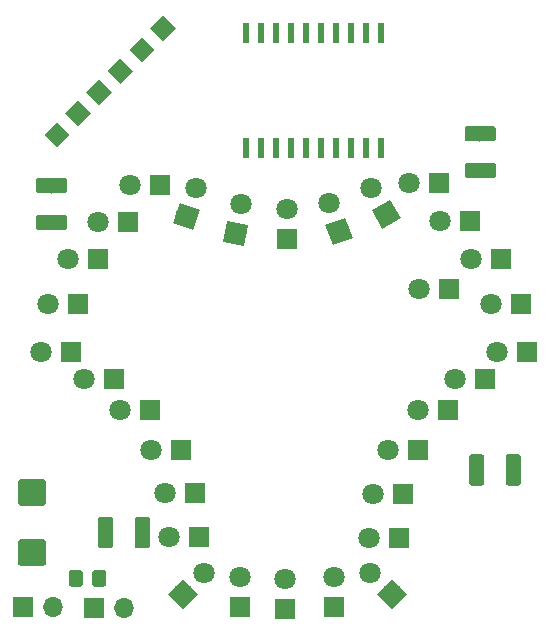
<source format=gts>
%TF.GenerationSoftware,KiCad,Pcbnew,(5.1.4)-1*%
%TF.CreationDate,2021-08-29T10:15:52+03:00*%
%TF.ProjectId,kone,6b6f6e65-2e6b-4696-9361-645f70636258,rev?*%
%TF.SameCoordinates,Original*%
%TF.FileFunction,Soldermask,Top*%
%TF.FilePolarity,Negative*%
%FSLAX46Y46*%
G04 Gerber Fmt 4.6, Leading zero omitted, Abs format (unit mm)*
G04 Created by KiCad (PCBNEW (5.1.4)-1) date 2021-08-29 10:15:52*
%MOMM*%
%LPD*%
G04 APERTURE LIST*
%ADD10R,0.600000X1.750000*%
%ADD11R,1.700000X1.700000*%
%ADD12O,1.700000X1.700000*%
%ADD13C,1.524000*%
%ADD14C,0.150000*%
%ADD15R,1.800000X1.800000*%
%ADD16C,1.800000*%
%ADD17C,2.250000*%
%ADD18C,1.200000*%
%ADD19C,1.300000*%
G04 APERTURE END LIST*
D10*
%TO.C,IC1*%
X264033000Y-117397000D03*
X262763000Y-117397000D03*
X261493000Y-117397000D03*
X260223000Y-117397000D03*
X258953000Y-117397000D03*
X257683000Y-117397000D03*
X256413000Y-117397000D03*
X255143000Y-117397000D03*
X253873000Y-117397000D03*
X252603000Y-117397000D03*
X252603000Y-107647000D03*
X253873000Y-107647000D03*
X255143000Y-107647000D03*
X256413000Y-107647000D03*
X264033000Y-107647000D03*
X262763000Y-107647000D03*
X261493000Y-107647000D03*
X260223000Y-107647000D03*
X258953000Y-107647000D03*
X257683000Y-107647000D03*
%TD*%
D11*
%TO.C,P3*%
X233710000Y-156250000D03*
D12*
X236250000Y-156250000D03*
%TD*%
D13*
%TO.C,P1*%
X236555872Y-116250128D03*
D14*
G36*
X236555872Y-115172497D02*
G01*
X237633503Y-116250128D01*
X236555872Y-117327759D01*
X235478241Y-116250128D01*
X236555872Y-115172497D01*
X236555872Y-115172497D01*
G37*
D13*
X238351923Y-114454077D03*
D14*
G36*
X238351923Y-113376446D02*
G01*
X239429554Y-114454077D01*
X238351923Y-115531708D01*
X237274292Y-114454077D01*
X238351923Y-113376446D01*
X238351923Y-113376446D01*
G37*
D13*
X240147974Y-112658026D03*
D14*
G36*
X240147974Y-111580395D02*
G01*
X241225605Y-112658026D01*
X240147974Y-113735657D01*
X239070343Y-112658026D01*
X240147974Y-111580395D01*
X240147974Y-111580395D01*
G37*
D13*
X241944026Y-110861974D03*
D14*
G36*
X241944026Y-109784343D02*
G01*
X243021657Y-110861974D01*
X241944026Y-111939605D01*
X240866395Y-110861974D01*
X241944026Y-109784343D01*
X241944026Y-109784343D01*
G37*
D13*
X243740077Y-109065923D03*
D14*
G36*
X243740077Y-107988292D02*
G01*
X244817708Y-109065923D01*
X243740077Y-110143554D01*
X242662446Y-109065923D01*
X243740077Y-107988292D01*
X243740077Y-107988292D01*
G37*
D13*
X245536128Y-107269872D03*
D14*
G36*
X245536128Y-106192241D02*
G01*
X246613759Y-107269872D01*
X245536128Y-108347503D01*
X244458497Y-107269872D01*
X245536128Y-106192241D01*
X245536128Y-106192241D01*
G37*
%TD*%
D15*
%TO.C,D29*%
X268940000Y-120380000D03*
D16*
X266400000Y-120380000D03*
%TD*%
%TO.C,D9*%
X264910000Y-155170000D03*
D14*
G36*
X266182792Y-155170000D02*
G01*
X264910000Y-156442792D01*
X263637208Y-155170000D01*
X264910000Y-153897208D01*
X266182792Y-155170000D01*
X266182792Y-155170000D01*
G37*
D16*
X263113949Y-153373949D03*
%TD*%
%TO.C,D11*%
X255920000Y-153900000D03*
D15*
X255920000Y-156440000D03*
%TD*%
%TO.C,D12*%
X252030000Y-156230000D03*
D16*
X252030000Y-153690000D03*
%TD*%
%TO.C,D13*%
X249046051Y-153383949D03*
X247250000Y-155180000D03*
D14*
G36*
X247250000Y-156452792D02*
G01*
X245977208Y-155180000D01*
X247250000Y-153907208D01*
X248522792Y-155180000D01*
X247250000Y-156452792D01*
X247250000Y-156452792D01*
G37*
%TD*%
D16*
%TO.C,D16*%
X244540000Y-142980000D03*
D15*
X247080000Y-142980000D03*
%TD*%
%TO.C,D7*%
X265860000Y-146660000D03*
D16*
X263320000Y-146660000D03*
%TD*%
%TO.C,D6*%
X264570000Y-142970000D03*
D15*
X267110000Y-142970000D03*
%TD*%
D16*
%TO.C,D1*%
X271640000Y-126760000D03*
D15*
X274180000Y-126760000D03*
%TD*%
%TO.C,D3*%
X276400000Y-134630000D03*
D16*
X273860000Y-134630000D03*
%TD*%
%TO.C,D4*%
X270280000Y-136910000D03*
D15*
X272820000Y-136910000D03*
%TD*%
%TO.C,D2*%
X275830000Y-130570000D03*
D16*
X273290000Y-130570000D03*
%TD*%
D15*
%TO.C,D5*%
X269710000Y-139580000D03*
D16*
X267170000Y-139580000D03*
%TD*%
D15*
%TO.C,D14*%
X248630000Y-150360000D03*
D16*
X246090000Y-150360000D03*
%TD*%
D11*
%TO.C,P2*%
X239700000Y-156350000D03*
D12*
X242240000Y-156350000D03*
%TD*%
D14*
%TO.C,C1*%
G36*
X235409505Y-145416204D02*
G01*
X235433773Y-145419804D01*
X235457572Y-145425765D01*
X235480671Y-145434030D01*
X235502850Y-145444520D01*
X235523893Y-145457132D01*
X235543599Y-145471747D01*
X235561777Y-145488223D01*
X235578253Y-145506401D01*
X235592868Y-145526107D01*
X235605480Y-145547150D01*
X235615970Y-145569329D01*
X235624235Y-145592428D01*
X235630196Y-145616227D01*
X235633796Y-145640495D01*
X235635000Y-145664999D01*
X235635000Y-147415001D01*
X235633796Y-147439505D01*
X235630196Y-147463773D01*
X235624235Y-147487572D01*
X235615970Y-147510671D01*
X235605480Y-147532850D01*
X235592868Y-147553893D01*
X235578253Y-147573599D01*
X235561777Y-147591777D01*
X235543599Y-147608253D01*
X235523893Y-147622868D01*
X235502850Y-147635480D01*
X235480671Y-147645970D01*
X235457572Y-147654235D01*
X235433773Y-147660196D01*
X235409505Y-147663796D01*
X235385001Y-147665000D01*
X233534999Y-147665000D01*
X233510495Y-147663796D01*
X233486227Y-147660196D01*
X233462428Y-147654235D01*
X233439329Y-147645970D01*
X233417150Y-147635480D01*
X233396107Y-147622868D01*
X233376401Y-147608253D01*
X233358223Y-147591777D01*
X233341747Y-147573599D01*
X233327132Y-147553893D01*
X233314520Y-147532850D01*
X233304030Y-147510671D01*
X233295765Y-147487572D01*
X233289804Y-147463773D01*
X233286204Y-147439505D01*
X233285000Y-147415001D01*
X233285000Y-145664999D01*
X233286204Y-145640495D01*
X233289804Y-145616227D01*
X233295765Y-145592428D01*
X233304030Y-145569329D01*
X233314520Y-145547150D01*
X233327132Y-145526107D01*
X233341747Y-145506401D01*
X233358223Y-145488223D01*
X233376401Y-145471747D01*
X233396107Y-145457132D01*
X233417150Y-145444520D01*
X233439329Y-145434030D01*
X233462428Y-145425765D01*
X233486227Y-145419804D01*
X233510495Y-145416204D01*
X233534999Y-145415000D01*
X235385001Y-145415000D01*
X235409505Y-145416204D01*
X235409505Y-145416204D01*
G37*
D17*
X234460000Y-146540000D03*
D14*
G36*
X235409505Y-150516204D02*
G01*
X235433773Y-150519804D01*
X235457572Y-150525765D01*
X235480671Y-150534030D01*
X235502850Y-150544520D01*
X235523893Y-150557132D01*
X235543599Y-150571747D01*
X235561777Y-150588223D01*
X235578253Y-150606401D01*
X235592868Y-150626107D01*
X235605480Y-150647150D01*
X235615970Y-150669329D01*
X235624235Y-150692428D01*
X235630196Y-150716227D01*
X235633796Y-150740495D01*
X235635000Y-150764999D01*
X235635000Y-152515001D01*
X235633796Y-152539505D01*
X235630196Y-152563773D01*
X235624235Y-152587572D01*
X235615970Y-152610671D01*
X235605480Y-152632850D01*
X235592868Y-152653893D01*
X235578253Y-152673599D01*
X235561777Y-152691777D01*
X235543599Y-152708253D01*
X235523893Y-152722868D01*
X235502850Y-152735480D01*
X235480671Y-152745970D01*
X235457572Y-152754235D01*
X235433773Y-152760196D01*
X235409505Y-152763796D01*
X235385001Y-152765000D01*
X233534999Y-152765000D01*
X233510495Y-152763796D01*
X233486227Y-152760196D01*
X233462428Y-152754235D01*
X233439329Y-152745970D01*
X233417150Y-152735480D01*
X233396107Y-152722868D01*
X233376401Y-152708253D01*
X233358223Y-152691777D01*
X233341747Y-152673599D01*
X233327132Y-152653893D01*
X233314520Y-152632850D01*
X233304030Y-152610671D01*
X233295765Y-152587572D01*
X233289804Y-152563773D01*
X233286204Y-152539505D01*
X233285000Y-152515001D01*
X233285000Y-150764999D01*
X233286204Y-150740495D01*
X233289804Y-150716227D01*
X233295765Y-150692428D01*
X233304030Y-150669329D01*
X233314520Y-150647150D01*
X233327132Y-150626107D01*
X233341747Y-150606401D01*
X233358223Y-150588223D01*
X233376401Y-150571747D01*
X233396107Y-150557132D01*
X233417150Y-150544520D01*
X233439329Y-150534030D01*
X233462428Y-150525765D01*
X233486227Y-150519804D01*
X233510495Y-150516204D01*
X233534999Y-150515000D01*
X235385001Y-150515000D01*
X235409505Y-150516204D01*
X235409505Y-150516204D01*
G37*
D17*
X234460000Y-151640000D03*
%TD*%
D14*
%TO.C,F1*%
G36*
X238534505Y-153121204D02*
G01*
X238558773Y-153124804D01*
X238582572Y-153130765D01*
X238605671Y-153139030D01*
X238627850Y-153149520D01*
X238648893Y-153162132D01*
X238668599Y-153176747D01*
X238686777Y-153193223D01*
X238703253Y-153211401D01*
X238717868Y-153231107D01*
X238730480Y-153252150D01*
X238740970Y-153274329D01*
X238749235Y-153297428D01*
X238755196Y-153321227D01*
X238758796Y-153345495D01*
X238760000Y-153369999D01*
X238760000Y-154270001D01*
X238758796Y-154294505D01*
X238755196Y-154318773D01*
X238749235Y-154342572D01*
X238740970Y-154365671D01*
X238730480Y-154387850D01*
X238717868Y-154408893D01*
X238703253Y-154428599D01*
X238686777Y-154446777D01*
X238668599Y-154463253D01*
X238648893Y-154477868D01*
X238627850Y-154490480D01*
X238605671Y-154500970D01*
X238582572Y-154509235D01*
X238558773Y-154515196D01*
X238534505Y-154518796D01*
X238510001Y-154520000D01*
X237809999Y-154520000D01*
X237785495Y-154518796D01*
X237761227Y-154515196D01*
X237737428Y-154509235D01*
X237714329Y-154500970D01*
X237692150Y-154490480D01*
X237671107Y-154477868D01*
X237651401Y-154463253D01*
X237633223Y-154446777D01*
X237616747Y-154428599D01*
X237602132Y-154408893D01*
X237589520Y-154387850D01*
X237579030Y-154365671D01*
X237570765Y-154342572D01*
X237564804Y-154318773D01*
X237561204Y-154294505D01*
X237560000Y-154270001D01*
X237560000Y-153369999D01*
X237561204Y-153345495D01*
X237564804Y-153321227D01*
X237570765Y-153297428D01*
X237579030Y-153274329D01*
X237589520Y-153252150D01*
X237602132Y-153231107D01*
X237616747Y-153211401D01*
X237633223Y-153193223D01*
X237651401Y-153176747D01*
X237671107Y-153162132D01*
X237692150Y-153149520D01*
X237714329Y-153139030D01*
X237737428Y-153130765D01*
X237761227Y-153124804D01*
X237785495Y-153121204D01*
X237809999Y-153120000D01*
X238510001Y-153120000D01*
X238534505Y-153121204D01*
X238534505Y-153121204D01*
G37*
D18*
X238160000Y-153820000D03*
D14*
G36*
X240534505Y-153121204D02*
G01*
X240558773Y-153124804D01*
X240582572Y-153130765D01*
X240605671Y-153139030D01*
X240627850Y-153149520D01*
X240648893Y-153162132D01*
X240668599Y-153176747D01*
X240686777Y-153193223D01*
X240703253Y-153211401D01*
X240717868Y-153231107D01*
X240730480Y-153252150D01*
X240740970Y-153274329D01*
X240749235Y-153297428D01*
X240755196Y-153321227D01*
X240758796Y-153345495D01*
X240760000Y-153369999D01*
X240760000Y-154270001D01*
X240758796Y-154294505D01*
X240755196Y-154318773D01*
X240749235Y-154342572D01*
X240740970Y-154365671D01*
X240730480Y-154387850D01*
X240717868Y-154408893D01*
X240703253Y-154428599D01*
X240686777Y-154446777D01*
X240668599Y-154463253D01*
X240648893Y-154477868D01*
X240627850Y-154490480D01*
X240605671Y-154500970D01*
X240582572Y-154509235D01*
X240558773Y-154515196D01*
X240534505Y-154518796D01*
X240510001Y-154520000D01*
X239809999Y-154520000D01*
X239785495Y-154518796D01*
X239761227Y-154515196D01*
X239737428Y-154509235D01*
X239714329Y-154500970D01*
X239692150Y-154490480D01*
X239671107Y-154477868D01*
X239651401Y-154463253D01*
X239633223Y-154446777D01*
X239616747Y-154428599D01*
X239602132Y-154408893D01*
X239589520Y-154387850D01*
X239579030Y-154365671D01*
X239570765Y-154342572D01*
X239564804Y-154318773D01*
X239561204Y-154294505D01*
X239560000Y-154270001D01*
X239560000Y-153369999D01*
X239561204Y-153345495D01*
X239564804Y-153321227D01*
X239570765Y-153297428D01*
X239579030Y-153274329D01*
X239589520Y-153252150D01*
X239602132Y-153231107D01*
X239616747Y-153211401D01*
X239633223Y-153193223D01*
X239651401Y-153176747D01*
X239671107Y-153162132D01*
X239692150Y-153149520D01*
X239714329Y-153139030D01*
X239737428Y-153130765D01*
X239761227Y-153124804D01*
X239785495Y-153121204D01*
X239809999Y-153120000D01*
X240510001Y-153120000D01*
X240534505Y-153121204D01*
X240534505Y-153121204D01*
G37*
D18*
X240160000Y-153820000D03*
%TD*%
D14*
%TO.C,R1*%
G36*
X275624504Y-143316204D02*
G01*
X275648773Y-143319804D01*
X275672571Y-143325765D01*
X275695671Y-143334030D01*
X275717849Y-143344520D01*
X275738893Y-143357133D01*
X275758598Y-143371747D01*
X275776777Y-143388223D01*
X275793253Y-143406402D01*
X275807867Y-143426107D01*
X275820480Y-143447151D01*
X275830970Y-143469329D01*
X275839235Y-143492429D01*
X275845196Y-143516227D01*
X275848796Y-143540496D01*
X275850000Y-143565000D01*
X275850000Y-145715000D01*
X275848796Y-145739504D01*
X275845196Y-145763773D01*
X275839235Y-145787571D01*
X275830970Y-145810671D01*
X275820480Y-145832849D01*
X275807867Y-145853893D01*
X275793253Y-145873598D01*
X275776777Y-145891777D01*
X275758598Y-145908253D01*
X275738893Y-145922867D01*
X275717849Y-145935480D01*
X275695671Y-145945970D01*
X275672571Y-145954235D01*
X275648773Y-145960196D01*
X275624504Y-145963796D01*
X275600000Y-145965000D01*
X274800000Y-145965000D01*
X274775496Y-145963796D01*
X274751227Y-145960196D01*
X274727429Y-145954235D01*
X274704329Y-145945970D01*
X274682151Y-145935480D01*
X274661107Y-145922867D01*
X274641402Y-145908253D01*
X274623223Y-145891777D01*
X274606747Y-145873598D01*
X274592133Y-145853893D01*
X274579520Y-145832849D01*
X274569030Y-145810671D01*
X274560765Y-145787571D01*
X274554804Y-145763773D01*
X274551204Y-145739504D01*
X274550000Y-145715000D01*
X274550000Y-143565000D01*
X274551204Y-143540496D01*
X274554804Y-143516227D01*
X274560765Y-143492429D01*
X274569030Y-143469329D01*
X274579520Y-143447151D01*
X274592133Y-143426107D01*
X274606747Y-143406402D01*
X274623223Y-143388223D01*
X274641402Y-143371747D01*
X274661107Y-143357133D01*
X274682151Y-143344520D01*
X274704329Y-143334030D01*
X274727429Y-143325765D01*
X274751227Y-143319804D01*
X274775496Y-143316204D01*
X274800000Y-143315000D01*
X275600000Y-143315000D01*
X275624504Y-143316204D01*
X275624504Y-143316204D01*
G37*
D19*
X275200000Y-144640000D03*
D14*
G36*
X272524504Y-143316204D02*
G01*
X272548773Y-143319804D01*
X272572571Y-143325765D01*
X272595671Y-143334030D01*
X272617849Y-143344520D01*
X272638893Y-143357133D01*
X272658598Y-143371747D01*
X272676777Y-143388223D01*
X272693253Y-143406402D01*
X272707867Y-143426107D01*
X272720480Y-143447151D01*
X272730970Y-143469329D01*
X272739235Y-143492429D01*
X272745196Y-143516227D01*
X272748796Y-143540496D01*
X272750000Y-143565000D01*
X272750000Y-145715000D01*
X272748796Y-145739504D01*
X272745196Y-145763773D01*
X272739235Y-145787571D01*
X272730970Y-145810671D01*
X272720480Y-145832849D01*
X272707867Y-145853893D01*
X272693253Y-145873598D01*
X272676777Y-145891777D01*
X272658598Y-145908253D01*
X272638893Y-145922867D01*
X272617849Y-145935480D01*
X272595671Y-145945970D01*
X272572571Y-145954235D01*
X272548773Y-145960196D01*
X272524504Y-145963796D01*
X272500000Y-145965000D01*
X271700000Y-145965000D01*
X271675496Y-145963796D01*
X271651227Y-145960196D01*
X271627429Y-145954235D01*
X271604329Y-145945970D01*
X271582151Y-145935480D01*
X271561107Y-145922867D01*
X271541402Y-145908253D01*
X271523223Y-145891777D01*
X271506747Y-145873598D01*
X271492133Y-145853893D01*
X271479520Y-145832849D01*
X271469030Y-145810671D01*
X271460765Y-145787571D01*
X271454804Y-145763773D01*
X271451204Y-145739504D01*
X271450000Y-145715000D01*
X271450000Y-143565000D01*
X271451204Y-143540496D01*
X271454804Y-143516227D01*
X271460765Y-143492429D01*
X271469030Y-143469329D01*
X271479520Y-143447151D01*
X271492133Y-143426107D01*
X271506747Y-143406402D01*
X271523223Y-143388223D01*
X271541402Y-143371747D01*
X271561107Y-143357133D01*
X271582151Y-143344520D01*
X271604329Y-143334030D01*
X271627429Y-143325765D01*
X271651227Y-143319804D01*
X271675496Y-143316204D01*
X271700000Y-143315000D01*
X272500000Y-143315000D01*
X272524504Y-143316204D01*
X272524504Y-143316204D01*
G37*
D19*
X272100000Y-144640000D03*
%TD*%
D14*
%TO.C,R2*%
G36*
X244214504Y-148626204D02*
G01*
X244238773Y-148629804D01*
X244262571Y-148635765D01*
X244285671Y-148644030D01*
X244307849Y-148654520D01*
X244328893Y-148667133D01*
X244348598Y-148681747D01*
X244366777Y-148698223D01*
X244383253Y-148716402D01*
X244397867Y-148736107D01*
X244410480Y-148757151D01*
X244420970Y-148779329D01*
X244429235Y-148802429D01*
X244435196Y-148826227D01*
X244438796Y-148850496D01*
X244440000Y-148875000D01*
X244440000Y-151025000D01*
X244438796Y-151049504D01*
X244435196Y-151073773D01*
X244429235Y-151097571D01*
X244420970Y-151120671D01*
X244410480Y-151142849D01*
X244397867Y-151163893D01*
X244383253Y-151183598D01*
X244366777Y-151201777D01*
X244348598Y-151218253D01*
X244328893Y-151232867D01*
X244307849Y-151245480D01*
X244285671Y-151255970D01*
X244262571Y-151264235D01*
X244238773Y-151270196D01*
X244214504Y-151273796D01*
X244190000Y-151275000D01*
X243390000Y-151275000D01*
X243365496Y-151273796D01*
X243341227Y-151270196D01*
X243317429Y-151264235D01*
X243294329Y-151255970D01*
X243272151Y-151245480D01*
X243251107Y-151232867D01*
X243231402Y-151218253D01*
X243213223Y-151201777D01*
X243196747Y-151183598D01*
X243182133Y-151163893D01*
X243169520Y-151142849D01*
X243159030Y-151120671D01*
X243150765Y-151097571D01*
X243144804Y-151073773D01*
X243141204Y-151049504D01*
X243140000Y-151025000D01*
X243140000Y-148875000D01*
X243141204Y-148850496D01*
X243144804Y-148826227D01*
X243150765Y-148802429D01*
X243159030Y-148779329D01*
X243169520Y-148757151D01*
X243182133Y-148736107D01*
X243196747Y-148716402D01*
X243213223Y-148698223D01*
X243231402Y-148681747D01*
X243251107Y-148667133D01*
X243272151Y-148654520D01*
X243294329Y-148644030D01*
X243317429Y-148635765D01*
X243341227Y-148629804D01*
X243365496Y-148626204D01*
X243390000Y-148625000D01*
X244190000Y-148625000D01*
X244214504Y-148626204D01*
X244214504Y-148626204D01*
G37*
D19*
X243790000Y-149950000D03*
D14*
G36*
X241114504Y-148626204D02*
G01*
X241138773Y-148629804D01*
X241162571Y-148635765D01*
X241185671Y-148644030D01*
X241207849Y-148654520D01*
X241228893Y-148667133D01*
X241248598Y-148681747D01*
X241266777Y-148698223D01*
X241283253Y-148716402D01*
X241297867Y-148736107D01*
X241310480Y-148757151D01*
X241320970Y-148779329D01*
X241329235Y-148802429D01*
X241335196Y-148826227D01*
X241338796Y-148850496D01*
X241340000Y-148875000D01*
X241340000Y-151025000D01*
X241338796Y-151049504D01*
X241335196Y-151073773D01*
X241329235Y-151097571D01*
X241320970Y-151120671D01*
X241310480Y-151142849D01*
X241297867Y-151163893D01*
X241283253Y-151183598D01*
X241266777Y-151201777D01*
X241248598Y-151218253D01*
X241228893Y-151232867D01*
X241207849Y-151245480D01*
X241185671Y-151255970D01*
X241162571Y-151264235D01*
X241138773Y-151270196D01*
X241114504Y-151273796D01*
X241090000Y-151275000D01*
X240290000Y-151275000D01*
X240265496Y-151273796D01*
X240241227Y-151270196D01*
X240217429Y-151264235D01*
X240194329Y-151255970D01*
X240172151Y-151245480D01*
X240151107Y-151232867D01*
X240131402Y-151218253D01*
X240113223Y-151201777D01*
X240096747Y-151183598D01*
X240082133Y-151163893D01*
X240069520Y-151142849D01*
X240059030Y-151120671D01*
X240050765Y-151097571D01*
X240044804Y-151073773D01*
X240041204Y-151049504D01*
X240040000Y-151025000D01*
X240040000Y-148875000D01*
X240041204Y-148850496D01*
X240044804Y-148826227D01*
X240050765Y-148802429D01*
X240059030Y-148779329D01*
X240069520Y-148757151D01*
X240082133Y-148736107D01*
X240096747Y-148716402D01*
X240113223Y-148698223D01*
X240131402Y-148681747D01*
X240151107Y-148667133D01*
X240172151Y-148654520D01*
X240194329Y-148644030D01*
X240217429Y-148635765D01*
X240241227Y-148629804D01*
X240265496Y-148626204D01*
X240290000Y-148625000D01*
X241090000Y-148625000D01*
X241114504Y-148626204D01*
X241114504Y-148626204D01*
G37*
D19*
X240690000Y-149950000D03*
%TD*%
D14*
%TO.C,R3*%
G36*
X237219504Y-119921204D02*
G01*
X237243773Y-119924804D01*
X237267571Y-119930765D01*
X237290671Y-119939030D01*
X237312849Y-119949520D01*
X237333893Y-119962133D01*
X237353598Y-119976747D01*
X237371777Y-119993223D01*
X237388253Y-120011402D01*
X237402867Y-120031107D01*
X237415480Y-120052151D01*
X237425970Y-120074329D01*
X237434235Y-120097429D01*
X237440196Y-120121227D01*
X237443796Y-120145496D01*
X237445000Y-120170000D01*
X237445000Y-120970000D01*
X237443796Y-120994504D01*
X237440196Y-121018773D01*
X237434235Y-121042571D01*
X237425970Y-121065671D01*
X237415480Y-121087849D01*
X237402867Y-121108893D01*
X237388253Y-121128598D01*
X237371777Y-121146777D01*
X237353598Y-121163253D01*
X237333893Y-121177867D01*
X237312849Y-121190480D01*
X237290671Y-121200970D01*
X237267571Y-121209235D01*
X237243773Y-121215196D01*
X237219504Y-121218796D01*
X237195000Y-121220000D01*
X235045000Y-121220000D01*
X235020496Y-121218796D01*
X234996227Y-121215196D01*
X234972429Y-121209235D01*
X234949329Y-121200970D01*
X234927151Y-121190480D01*
X234906107Y-121177867D01*
X234886402Y-121163253D01*
X234868223Y-121146777D01*
X234851747Y-121128598D01*
X234837133Y-121108893D01*
X234824520Y-121087849D01*
X234814030Y-121065671D01*
X234805765Y-121042571D01*
X234799804Y-121018773D01*
X234796204Y-120994504D01*
X234795000Y-120970000D01*
X234795000Y-120170000D01*
X234796204Y-120145496D01*
X234799804Y-120121227D01*
X234805765Y-120097429D01*
X234814030Y-120074329D01*
X234824520Y-120052151D01*
X234837133Y-120031107D01*
X234851747Y-120011402D01*
X234868223Y-119993223D01*
X234886402Y-119976747D01*
X234906107Y-119962133D01*
X234927151Y-119949520D01*
X234949329Y-119939030D01*
X234972429Y-119930765D01*
X234996227Y-119924804D01*
X235020496Y-119921204D01*
X235045000Y-119920000D01*
X237195000Y-119920000D01*
X237219504Y-119921204D01*
X237219504Y-119921204D01*
G37*
D19*
X236120000Y-120570000D03*
D14*
G36*
X237219504Y-123021204D02*
G01*
X237243773Y-123024804D01*
X237267571Y-123030765D01*
X237290671Y-123039030D01*
X237312849Y-123049520D01*
X237333893Y-123062133D01*
X237353598Y-123076747D01*
X237371777Y-123093223D01*
X237388253Y-123111402D01*
X237402867Y-123131107D01*
X237415480Y-123152151D01*
X237425970Y-123174329D01*
X237434235Y-123197429D01*
X237440196Y-123221227D01*
X237443796Y-123245496D01*
X237445000Y-123270000D01*
X237445000Y-124070000D01*
X237443796Y-124094504D01*
X237440196Y-124118773D01*
X237434235Y-124142571D01*
X237425970Y-124165671D01*
X237415480Y-124187849D01*
X237402867Y-124208893D01*
X237388253Y-124228598D01*
X237371777Y-124246777D01*
X237353598Y-124263253D01*
X237333893Y-124277867D01*
X237312849Y-124290480D01*
X237290671Y-124300970D01*
X237267571Y-124309235D01*
X237243773Y-124315196D01*
X237219504Y-124318796D01*
X237195000Y-124320000D01*
X235045000Y-124320000D01*
X235020496Y-124318796D01*
X234996227Y-124315196D01*
X234972429Y-124309235D01*
X234949329Y-124300970D01*
X234927151Y-124290480D01*
X234906107Y-124277867D01*
X234886402Y-124263253D01*
X234868223Y-124246777D01*
X234851747Y-124228598D01*
X234837133Y-124208893D01*
X234824520Y-124187849D01*
X234814030Y-124165671D01*
X234805765Y-124142571D01*
X234799804Y-124118773D01*
X234796204Y-124094504D01*
X234795000Y-124070000D01*
X234795000Y-123270000D01*
X234796204Y-123245496D01*
X234799804Y-123221227D01*
X234805765Y-123197429D01*
X234814030Y-123174329D01*
X234824520Y-123152151D01*
X234837133Y-123131107D01*
X234851747Y-123111402D01*
X234868223Y-123093223D01*
X234886402Y-123076747D01*
X234906107Y-123062133D01*
X234927151Y-123049520D01*
X234949329Y-123039030D01*
X234972429Y-123030765D01*
X234996227Y-123024804D01*
X235020496Y-123021204D01*
X235045000Y-123020000D01*
X237195000Y-123020000D01*
X237219504Y-123021204D01*
X237219504Y-123021204D01*
G37*
D19*
X236120000Y-123670000D03*
%TD*%
D14*
%TO.C,R4*%
G36*
X273514504Y-118630204D02*
G01*
X273538773Y-118633804D01*
X273562571Y-118639765D01*
X273585671Y-118648030D01*
X273607849Y-118658520D01*
X273628893Y-118671133D01*
X273648598Y-118685747D01*
X273666777Y-118702223D01*
X273683253Y-118720402D01*
X273697867Y-118740107D01*
X273710480Y-118761151D01*
X273720970Y-118783329D01*
X273729235Y-118806429D01*
X273735196Y-118830227D01*
X273738796Y-118854496D01*
X273740000Y-118879000D01*
X273740000Y-119679000D01*
X273738796Y-119703504D01*
X273735196Y-119727773D01*
X273729235Y-119751571D01*
X273720970Y-119774671D01*
X273710480Y-119796849D01*
X273697867Y-119817893D01*
X273683253Y-119837598D01*
X273666777Y-119855777D01*
X273648598Y-119872253D01*
X273628893Y-119886867D01*
X273607849Y-119899480D01*
X273585671Y-119909970D01*
X273562571Y-119918235D01*
X273538773Y-119924196D01*
X273514504Y-119927796D01*
X273490000Y-119929000D01*
X271340000Y-119929000D01*
X271315496Y-119927796D01*
X271291227Y-119924196D01*
X271267429Y-119918235D01*
X271244329Y-119909970D01*
X271222151Y-119899480D01*
X271201107Y-119886867D01*
X271181402Y-119872253D01*
X271163223Y-119855777D01*
X271146747Y-119837598D01*
X271132133Y-119817893D01*
X271119520Y-119796849D01*
X271109030Y-119774671D01*
X271100765Y-119751571D01*
X271094804Y-119727773D01*
X271091204Y-119703504D01*
X271090000Y-119679000D01*
X271090000Y-118879000D01*
X271091204Y-118854496D01*
X271094804Y-118830227D01*
X271100765Y-118806429D01*
X271109030Y-118783329D01*
X271119520Y-118761151D01*
X271132133Y-118740107D01*
X271146747Y-118720402D01*
X271163223Y-118702223D01*
X271181402Y-118685747D01*
X271201107Y-118671133D01*
X271222151Y-118658520D01*
X271244329Y-118648030D01*
X271267429Y-118639765D01*
X271291227Y-118633804D01*
X271315496Y-118630204D01*
X271340000Y-118629000D01*
X273490000Y-118629000D01*
X273514504Y-118630204D01*
X273514504Y-118630204D01*
G37*
D19*
X272415000Y-119279000D03*
D14*
G36*
X273514504Y-115530204D02*
G01*
X273538773Y-115533804D01*
X273562571Y-115539765D01*
X273585671Y-115548030D01*
X273607849Y-115558520D01*
X273628893Y-115571133D01*
X273648598Y-115585747D01*
X273666777Y-115602223D01*
X273683253Y-115620402D01*
X273697867Y-115640107D01*
X273710480Y-115661151D01*
X273720970Y-115683329D01*
X273729235Y-115706429D01*
X273735196Y-115730227D01*
X273738796Y-115754496D01*
X273740000Y-115779000D01*
X273740000Y-116579000D01*
X273738796Y-116603504D01*
X273735196Y-116627773D01*
X273729235Y-116651571D01*
X273720970Y-116674671D01*
X273710480Y-116696849D01*
X273697867Y-116717893D01*
X273683253Y-116737598D01*
X273666777Y-116755777D01*
X273648598Y-116772253D01*
X273628893Y-116786867D01*
X273607849Y-116799480D01*
X273585671Y-116809970D01*
X273562571Y-116818235D01*
X273538773Y-116824196D01*
X273514504Y-116827796D01*
X273490000Y-116829000D01*
X271340000Y-116829000D01*
X271315496Y-116827796D01*
X271291227Y-116824196D01*
X271267429Y-116818235D01*
X271244329Y-116809970D01*
X271222151Y-116799480D01*
X271201107Y-116786867D01*
X271181402Y-116772253D01*
X271163223Y-116755777D01*
X271146747Y-116737598D01*
X271132133Y-116717893D01*
X271119520Y-116696849D01*
X271109030Y-116674671D01*
X271100765Y-116651571D01*
X271094804Y-116627773D01*
X271091204Y-116603504D01*
X271090000Y-116579000D01*
X271090000Y-115779000D01*
X271091204Y-115754496D01*
X271094804Y-115730227D01*
X271100765Y-115706429D01*
X271109030Y-115683329D01*
X271119520Y-115661151D01*
X271132133Y-115640107D01*
X271146747Y-115620402D01*
X271163223Y-115602223D01*
X271181402Y-115585747D01*
X271201107Y-115571133D01*
X271222151Y-115558520D01*
X271244329Y-115548030D01*
X271267429Y-115539765D01*
X271291227Y-115533804D01*
X271315496Y-115530204D01*
X271340000Y-115529000D01*
X273490000Y-115529000D01*
X273514504Y-115530204D01*
X273514504Y-115530204D01*
G37*
D19*
X272415000Y-116179000D03*
%TD*%
D15*
%TO.C,D15*%
X248290000Y-146640000D03*
D16*
X245750000Y-146640000D03*
%TD*%
%TO.C,D17*%
X241940000Y-139590000D03*
D15*
X244480000Y-139590000D03*
%TD*%
%TO.C,D18*%
X241380000Y-136920000D03*
D16*
X238840000Y-136920000D03*
%TD*%
D15*
%TO.C,D19*%
X237790000Y-134640000D03*
D16*
X235250000Y-134640000D03*
%TD*%
D15*
%TO.C,D20*%
X238360000Y-130580000D03*
D16*
X235820000Y-130580000D03*
%TD*%
%TO.C,D21*%
X237470000Y-126770000D03*
D15*
X240010000Y-126770000D03*
%TD*%
D16*
%TO.C,D22*%
X240060000Y-123650000D03*
D15*
X242600000Y-123650000D03*
%TD*%
%TO.C,D23*%
X245270000Y-120510000D03*
D16*
X242730000Y-120510000D03*
%TD*%
%TO.C,D24*%
X248378731Y-120773181D03*
X247510000Y-123160000D03*
D14*
G36*
X248047905Y-124313541D02*
G01*
X246356459Y-123697905D01*
X246972095Y-122006459D01*
X248663541Y-122622095D01*
X248047905Y-124313541D01*
X248047905Y-124313541D01*
G37*
%TD*%
D16*
%TO.C,D25*%
X252151066Y-122108588D03*
X251710000Y-124610000D03*
D14*
G36*
X252440044Y-125652610D02*
G01*
X250667390Y-125340044D01*
X250979956Y-123567390D01*
X252752610Y-123879956D01*
X252440044Y-125652610D01*
X252440044Y-125652610D01*
G37*
%TD*%
D15*
%TO.C,D26*%
X256070000Y-125080000D03*
D16*
X256070000Y-122540000D03*
%TD*%
%TO.C,D27*%
X260440000Y-124430000D03*
D14*
G36*
X261593541Y-124967905D02*
G01*
X259902095Y-125583541D01*
X259286459Y-123892095D01*
X260977905Y-123276459D01*
X261593541Y-124967905D01*
X261593541Y-124967905D01*
G37*
D16*
X259571269Y-122043181D03*
%TD*%
%TO.C,D30*%
X269020000Y-123610000D03*
D15*
X271560000Y-123610000D03*
%TD*%
%TO.C,D31*%
X269780000Y-129290000D03*
D16*
X267240000Y-129290000D03*
%TD*%
%TO.C,D8*%
X263010000Y-150450000D03*
D15*
X265550000Y-150450000D03*
%TD*%
%TO.C,D10*%
X260020000Y-156260000D03*
D16*
X260020000Y-153720000D03*
%TD*%
%TO.C,D28*%
X264450000Y-122980000D03*
D14*
G36*
X265679423Y-123309423D02*
G01*
X264120577Y-124209423D01*
X263220577Y-122650577D01*
X264779423Y-121750577D01*
X265679423Y-123309423D01*
X265679423Y-123309423D01*
G37*
D16*
X263180000Y-120780295D03*
%TD*%
M02*

</source>
